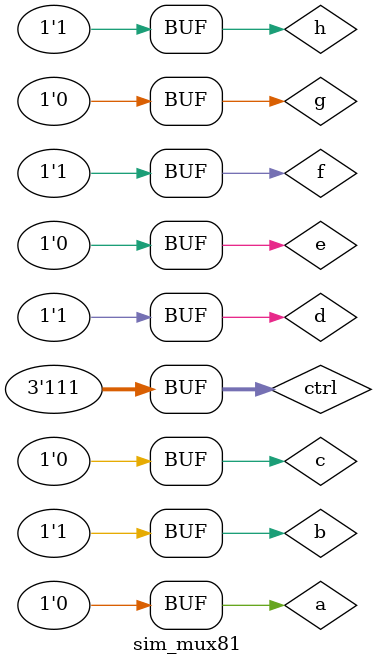
<source format=v>
`timescale 1ns / 1ps


module sim_mux81();
wire out;
reg a, b, c, d, e, f, g, h;
reg[2:0] ctrl;

mux81 m(a, b, c, d, e, f, g, h, ctrl, out);
initial begin
a=1'b0; b=1'b0; c=1'b0; d=1'b0; e=1'b0; f=1'b0; g=1'b0; h=1'b0; ctrl=3'b000;

#10 a=1'b1; b=1'b0; c=1'b0; d=1'b0; e=1'b0; f=1'b0; g=1'b0; h=1'b0; ctrl=3'b000;
#10 a=1'b1; b=1'b0; c=1'b1; d=1'b0; e=1'b1; f=1'b0; g=1'b1; h=1'b0; ctrl=3'b000;
#10 a=1'b0; b=1'b1; c=1'b0; d=1'b1; e=1'b0; f=1'b1; g=1'b0; h=1'b1; ctrl=3'b000;

#10 a=1'b1; b=1'b0; c=1'b0; d=1'b0; e=1'b0; f=1'b0; g=1'b0; h=1'b0; ctrl=3'b001;
#10 a=1'b1; b=1'b0; c=1'b1; d=1'b0; e=1'b1; f=1'b0; g=1'b1; h=1'b0; ctrl=3'b001;
#10 a=1'b0; b=1'b1; c=1'b0; d=1'b1; e=1'b0; f=1'b1; g=1'b0; h=1'b1; ctrl=3'b001;

#10 a=1'b1; b=1'b0; c=1'b0; d=1'b0; e=1'b0; f=1'b0; g=1'b0; h=1'b0; ctrl=3'b010;
#10 a=1'b1; b=1'b0; c=1'b1; d=1'b0; e=1'b1; f=1'b0; g=1'b1; h=1'b0; ctrl=3'b010;
#10 a=1'b0; b=1'b1; c=1'b0; d=1'b1; e=1'b0; f=1'b1; g=1'b0; h=1'b1; ctrl=3'b010;

#10 a=1'b1; b=1'b0; c=1'b0; d=1'b0; e=1'b0; f=1'b0; g=1'b0; h=1'b0; ctrl=3'b011;
#10 a=1'b1; b=1'b0; c=1'b1; d=1'b0; e=1'b1; f=1'b0; g=1'b1; h=1'b0; ctrl=3'b011;
#10 a=1'b0; b=1'b1; c=1'b0; d=1'b1; e=1'b0; f=1'b1; g=1'b0; h=1'b1; ctrl=3'b011;

#10 a=1'b1; b=1'b0; c=1'b0; d=1'b0; e=1'b0; f=1'b0; g=1'b0; h=1'b0; ctrl=3'b100;
#10 a=1'b1; b=1'b0; c=1'b1; d=1'b0; e=1'b1; f=1'b0; g=1'b1; h=1'b0; ctrl=3'b100;
#10 a=1'b0; b=1'b1; c=1'b0; d=1'b1; e=1'b0; f=1'b1; g=1'b0; h=1'b1; ctrl=3'b100;

#10 a=1'b1; b=1'b0; c=1'b0; d=1'b0; e=1'b0; f=1'b0; g=1'b0; h=1'b0; ctrl=3'b101;
#10 a=1'b1; b=1'b0; c=1'b1; d=1'b0; e=1'b1; f=1'b0; g=1'b1; h=1'b0; ctrl=3'b101;
#10 a=1'b0; b=1'b1; c=1'b0; d=1'b1; e=1'b0; f=1'b1; g=1'b0; h=1'b1; ctrl=3'b101;

#10 a=1'b1; b=1'b0; c=1'b0; d=1'b0; e=1'b0; f=1'b0; g=1'b0; h=1'b0; ctrl=3'b110;
#10 a=1'b1; b=1'b0; c=1'b1; d=1'b0; e=1'b1; f=1'b0; g=1'b1; h=1'b0; ctrl=3'b110;
#10 a=1'b0; b=1'b1; c=1'b0; d=1'b1; e=1'b0; f=1'b1; g=1'b0; h=1'b1; ctrl=3'b110;

#10 a=1'b1; b=1'b0; c=1'b0; d=1'b0; e=1'b0; f=1'b0; g=1'b0; h=1'b0; ctrl=3'b111;
#10 a=1'b1; b=1'b0; c=1'b1; d=1'b0; e=1'b1; f=1'b0; g=1'b1; h=1'b0; ctrl=3'b111;
#10 a=1'b0; b=1'b1; c=1'b0; d=1'b1; e=1'b0; f=1'b1; g=1'b0; h=1'b1; ctrl=3'b111;

end 
endmodule

</source>
